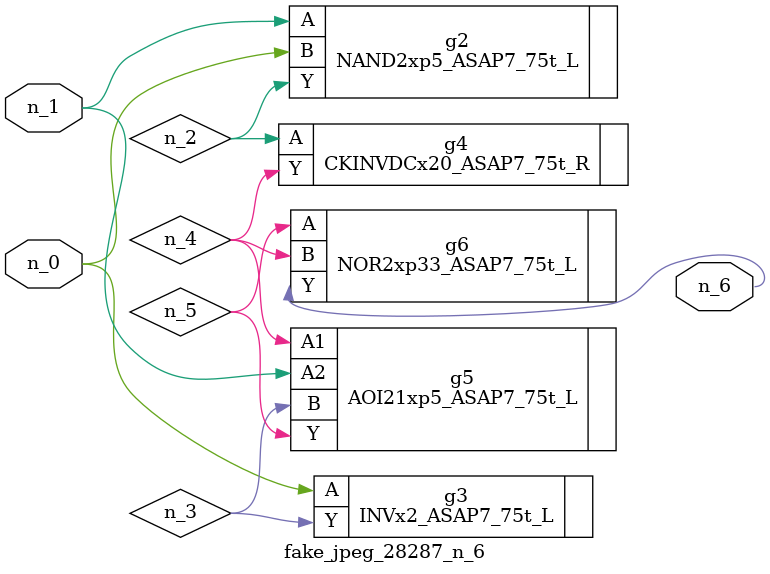
<source format=v>
module fake_jpeg_28287_n_6 (n_0, n_1, n_6);

input n_0;
input n_1;

output n_6;

wire n_3;
wire n_2;
wire n_4;
wire n_5;

NAND2xp5_ASAP7_75t_L g2 ( 
.A(n_1),
.B(n_0),
.Y(n_2)
);

INVx2_ASAP7_75t_L g3 ( 
.A(n_0),
.Y(n_3)
);

CKINVDCx20_ASAP7_75t_R g4 ( 
.A(n_2),
.Y(n_4)
);

AOI21xp5_ASAP7_75t_L g5 ( 
.A1(n_4),
.A2(n_1),
.B(n_3),
.Y(n_5)
);

NOR2xp33_ASAP7_75t_L g6 ( 
.A(n_5),
.B(n_4),
.Y(n_6)
);


endmodule
</source>
